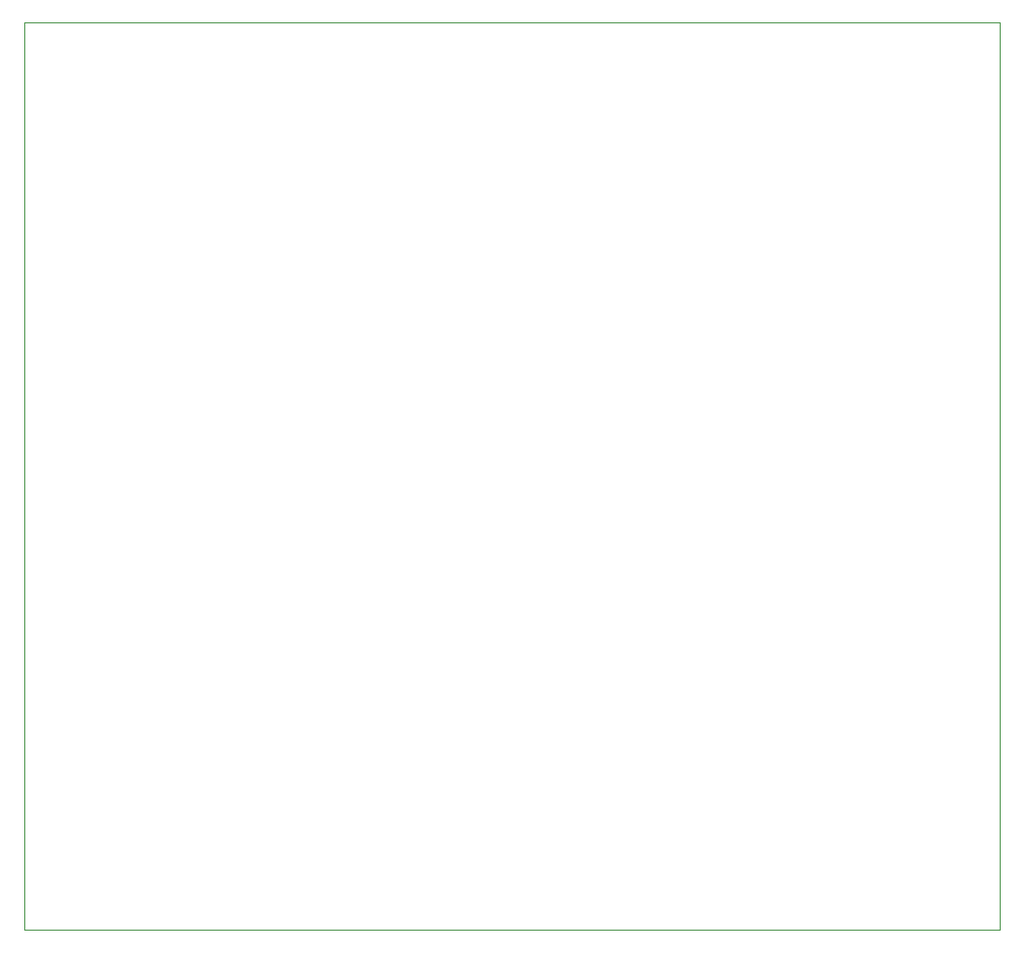
<source format=gm1>
G04 #@! TF.GenerationSoftware,KiCad,Pcbnew,8.0.8*
G04 #@! TF.CreationDate,2025-01-20T09:17:35-05:00*
G04 #@! TF.ProjectId,mechanumDriveTrain,6d656368-616e-4756-9d44-726976655472,rev?*
G04 #@! TF.SameCoordinates,Original*
G04 #@! TF.FileFunction,Profile,NP*
%FSLAX46Y46*%
G04 Gerber Fmt 4.6, Leading zero omitted, Abs format (unit mm)*
G04 Created by KiCad (PCBNEW 8.0.8) date 2025-01-20 09:17:35*
%MOMM*%
%LPD*%
G01*
G04 APERTURE LIST*
G04 #@! TA.AperFunction,Profile*
%ADD10C,0.050000*%
G04 #@! TD*
G04 APERTURE END LIST*
D10*
X20000000Y-27000000D02*
X104900000Y-27000000D01*
X104900000Y-106000000D01*
X20000000Y-106000000D01*
X20000000Y-27000000D01*
M02*

</source>
